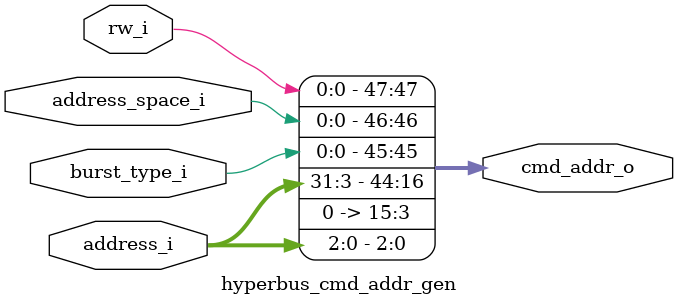
<source format=sv>


module hyperbus_cmd_addr_gen #(
)(
        input logic              rw_i,              //1-read, 0-write
        input logic              address_space_i,   //0-memory, 1-register
        input logic              burst_type_i,      //0-wrapped, 1-linear
        input logic  [31:0]      address_i,

        output logic [47:0]      cmd_addr_o
);

        assign cmd_addr_o[47] = rw_i;
        assign cmd_addr_o[46] = address_space_i;
        assign cmd_addr_o[45] = burst_type_i;
        assign cmd_addr_o[44:16] = address_i[31:3];
        assign cmd_addr_o[15:3] = '0;
        assign cmd_addr_o[2:0] = address_i[2:0];

endmodule

</source>
